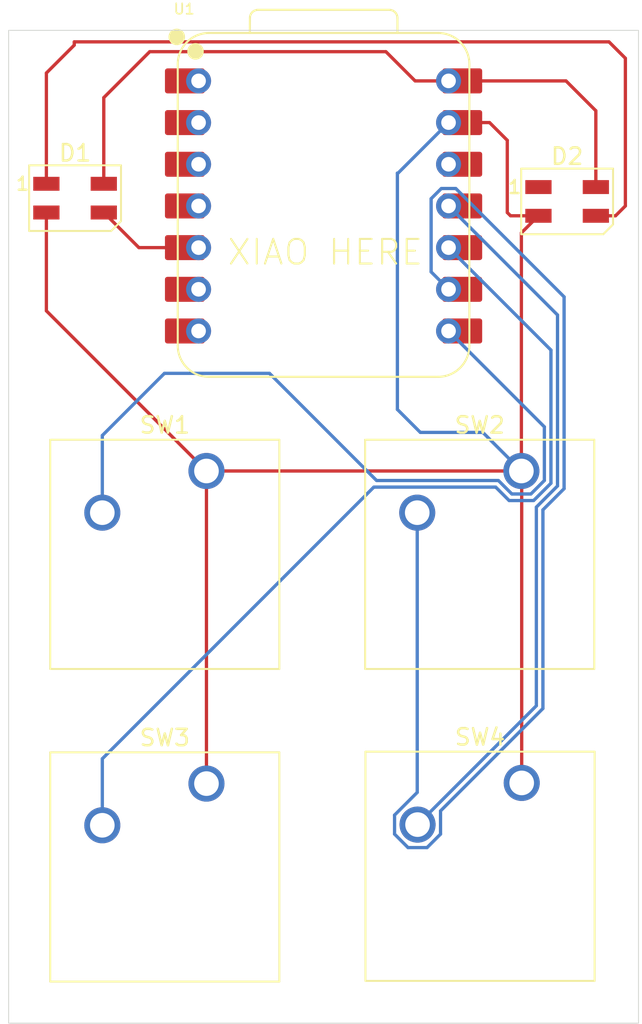
<source format=kicad_pcb>
(kicad_pcb (version 20241229) (generator "pcbnew") (generator_version "9.0")
  (layers (0 "F.Cu" signal) (2 "B.Cu" signal) (13 "F.Paste" user) (15 "B.Paste" user) (5 "F.SilkS" user "F.Silkscreen") (7 "B.SilkS" user "B.Silkscreen") (1 "F.Mask" user) (3 "B.Mask" user) (25 "Edge.Cuts" user))
  (net 0 "")
  (net 1 "Net-(D1-DOUT)")
  (net 2 "+5V")
  (net 3 "Net-(D1-DIN)")
  (net 4 "GND")
  (net 6 "Net-(U1-GPIO1{slash}RX)")
  (net 7 "Net-(U1-GPIO2{slash}SCK)")
  (net 8 "Net-(U1-GPIO4{slash}MISO)")
  (net 9 "Net-(U1-GPIO3{slash}MOSI)")
  (footprint "Button_Switch_Keyboard:SW_Cherry_MX_1.00u_PCB" (layer "F.Cu") (at 149.86 92.55125)
    (property "Reference" "SW1" (at -2.54 -2.794 0) (layer "F.SilkS"))
    (property "Value" "SW_Push")
    (fp_line (start -9.525 -1.905) (end 4.445 -1.905) (stroke (width 0.12)) (layer "F.SilkS"))
    (fp_line (start -9.525 12.065) (end -9.525 -1.905) (stroke (width 0.12)) (layer "F.SilkS"))
    (fp_line (start 4.445 -1.905) (end 4.445 12.065) (stroke (width 0.12)) (layer "F.SilkS"))
    (fp_line (start 4.445 12.065) (end -9.525 12.065) (stroke (width 0.12)) (layer "F.SilkS"))
    (pad "" np_thru_hole circle (at -7.62 5.08) (size 1.7 1.7) (drill 1.7) (layers "*.Cu" "*.Mask"))
    (pad "" np_thru_hole circle (at -2.54 5.08) (size 4 4) (drill 4) (layers "*.Cu" "*.Mask"))
    (pad "" np_thru_hole circle (at 2.54 5.08) (size 1.7 1.7) (drill 1.7) (layers "*.Cu" "*.Mask"))
    (pad "1" thru_hole circle (at 0 0) (size 2.2 2.2) (drill 1.5) (layers "*.Cu" "*.Mask") (net 4 "GND"))
    (pad "2" thru_hole circle (at -6.35 2.54) (size 2.2 2.2) (drill 1.5) (layers "*.Cu" "*.Mask") (net 6 "Net-(U1-GPIO1{slash}RX)"))
  )
  (footprint "XIAO-RP2040-DIP:XIAO-RP2040-DIP" (layer "F.Cu") (at 157 76.4)
    (property "Reference" "U1" (at -8.5 -12 0) (layer "F.SilkS") (effects (font (size 0.635 0.635) (thickness 0.1016))))
    (property "Value" "XIAO-RP2040-DIP")
    (fp_line (start -8.89 8.509) (end -8.89 -8.636) (stroke (width 0.127)) (layer "F.SilkS"))
    (fp_line (start -6.985 10.414) (end 6.985 10.414) (stroke (width 0.127)) (layer "F.SilkS"))
    (fp_line (start -4.495 -10.541) (end -4.491272 -11.451272) (stroke (width 0.127)) (layer "F.SilkS"))
    (fp_line (start -3.991272 -11.951) (end 4.004 -11.951) (stroke (width 0.127)) (layer "F.SilkS"))
    (fp_line (start 4.504 -11.451) (end 4.504 -10.541) (stroke (width 0.127)) (layer "F.SilkS"))
    (fp_line (start 6.985 -10.541) (end -6.985 -10.541) (stroke (width 0.1)) (layer "F.SilkS"))
    (fp_line (start 6.985 -10.541) (end -6.985 -10.541) (stroke (width 0.127)) (layer "F.SilkS"))
    (fp_line (start 8.89 8.509) (end 8.89 -8.636) (stroke (width 0.127)) (layer "F.SilkS"))
    (fp_arc (start -8.89 -8.636) (mid -8.332038 -9.983038) (end -6.985 -10.541) (stroke (width 0.127)) (layer "F.SilkS"))
    (fp_arc (start -6.985 10.414) (mid -8.332038 9.856038) (end -8.89 8.509) (stroke (width 0.127)) (layer "F.SilkS"))
    (fp_arc (start -4.491272 -11.451272) (mid -4.344728 -11.80464) (end -3.991272 -11.951) (stroke (width 0.127)) (layer "F.SilkS"))
    (fp_arc (start 4.004 -11.951) (mid 4.357553 -11.804553) (end 4.504 -11.451) (stroke (width 0.127)) (layer "F.SilkS"))
    (fp_arc (start 6.985 -10.541) (mid 8.332038 -9.983038) (end 8.89 -8.636) (stroke (width 0.127)) (layer "F.SilkS"))
    (fp_arc (start 8.89 8.509) (mid 8.332038 9.856038) (end 6.985 10.414) (stroke (width 0.127)) (layer "F.SilkS"))
    (fp_circle (center -8.95 -10.3) (end -8.95 -10.554) (stroke (width 0.5)) (fill yes) (layer "F.SilkS"))
    (fp_circle (center -7.807 -9.42) (end -7.807 -9.674) (stroke (width 0.5)) (fill yes) (layer "F.SilkS"))
    (pad "1" smd roundrect (at -8.455 -7.62 180) (size 2.432 1.524) (layers "F.Cu" "F.Mask") (roundrect_rratio 0.1))
    (pad "1" thru_hole circle (at -7.62 -7.62 180) (size 1.524 1.524) (drill 0.889) (layers "*.Cu" "*.Mask"))
    (pad "2" smd roundrect (at -8.455 -5.08 180) (size 2.432 1.524) (layers "F.Cu" "F.Mask") (roundrect_rratio 0.1))
    (pad "2" thru_hole circle (at -7.62 -5.08 180) (size 1.524 1.524) (drill 0.889) (layers "*.Cu" "*.Mask"))
    (pad "3" smd roundrect (at -8.455 -2.54 180) (size 2.432 1.524) (layers "F.Cu" "F.Mask") (roundrect_rratio 0.1))
    (pad "3" thru_hole circle (at -7.62 -2.54 180) (size 1.524 1.524) (drill 0.889) (layers "*.Cu" "*.Mask"))
    (pad "4" smd roundrect (at -8.455 0 180) (size 2.432 1.524) (layers "F.Cu" "F.Mask") (roundrect_rratio 0.1))
    (pad "4" thru_hole circle (at -7.62 0 180) (size 1.524 1.524) (drill 0.889) (layers "*.Cu" "*.Mask"))
    (pad "5" smd roundrect (at -8.455 2.54 180) (size 2.432 1.524) (layers "F.Cu" "F.Mask") (roundrect_rratio 0.1) (net 3 "Net-(D1-DIN)"))
    (pad "5" thru_hole circle (at -7.62 2.54 180) (size 1.524 1.524) (drill 0.889) (layers "*.Cu" "*.Mask") (net 3 "Net-(D1-DIN)"))
    (pad "6" smd roundrect (at -8.455 5.08 180) (size 2.432 1.524) (layers "F.Cu" "F.Mask") (roundrect_rratio 0.1))
    (pad "6" thru_hole circle (at -7.62 5.08 180) (size 1.524 1.524) (drill 0.889) (layers "*.Cu" "*.Mask"))
    (pad "7" smd roundrect (at -8.455 7.62 180) (size 2.432 1.524) (layers "F.Cu" "F.Mask") (roundrect_rratio 0.1))
    (pad "7" thru_hole circle (at -7.62 7.62 180) (size 1.524 1.524) (drill 0.889) (layers "*.Cu" "*.Mask"))
    (pad "8" thru_hole circle (at 7.62 7.62) (size 1.524 1.524) (drill 0.889) (layers "*.Cu" "*.Mask") (net 6 "Net-(U1-GPIO1{slash}RX)"))
    (pad "8" smd roundrect (at 8.455 7.62) (size 2.432 1.524) (layers "F.Cu" "F.Mask") (roundrect_rratio 0.1) (net 6 "Net-(U1-GPIO1{slash}RX)"))
    (pad "9" thru_hole circle (at 7.62 5.08) (size 1.524 1.524) (drill 0.889) (layers "*.Cu" "*.Mask") (net 7 "Net-(U1-GPIO2{slash}SCK)"))
    (pad "9" smd roundrect (at 8.455 5.08) (size 2.432 1.524) (layers "F.Cu" "F.Mask") (roundrect_rratio 0.1) (net 7 "Net-(U1-GPIO2{slash}SCK)"))
    (pad "10" thru_hole circle (at 7.62 2.54) (size 1.524 1.524) (drill 0.889) (layers "*.Cu" "*.Mask") (net 8 "Net-(U1-GPIO4{slash}MISO)"))
    (pad "10" smd roundrect (at 8.455 2.54) (size 2.432 1.524) (layers "F.Cu" "F.Mask") (roundrect_rratio 0.1) (net 8 "Net-(U1-GPIO4{slash}MISO)"))
    (pad "11" thru_hole circle (at 7.62 0) (size 1.524 1.524) (drill 0.889) (layers "*.Cu" "*.Mask") (net 9 "Net-(U1-GPIO3{slash}MOSI)"))
    (pad "11" smd roundrect (at 8.455 0) (size 2.432 1.524) (layers "F.Cu" "F.Mask") (roundrect_rratio 0.1) (net 9 "Net-(U1-GPIO3{slash}MOSI)"))
    (pad "12" thru_hole circle (at 7.62 -2.54) (size 1.524 1.524) (drill 0.889) (layers "*.Cu" "*.Mask"))
    (pad "12" smd roundrect (at 8.455 -2.54) (size 2.432 1.524) (layers "F.Cu" "F.Mask") (roundrect_rratio 0.1))
    (pad "13" thru_hole circle (at 7.62 -5.08) (size 1.524 1.524) (drill 0.889) (layers "*.Cu" "*.Mask") (net 4 "GND"))
    (pad "13" smd roundrect (at 8.455 -5.08) (size 2.432 1.524) (layers "F.Cu" "F.Mask") (roundrect_rratio 0.1) (net 4 "GND"))
    (pad "14" thru_hole circle (at 7.62 -7.62) (size 1.524 1.524) (drill 0.889) (layers "*.Cu" "*.Mask") (net 2 "+5V"))
    (pad "14" smd roundrect (at 8.455 -7.62) (size 2.432 1.524) (layers "F.Cu" "F.Mask") (roundrect_rratio 0.1) (net 2 "+5V"))
  )
  (footprint "Button_Switch_Keyboard:SW_Cherry_MX_1.00u_PCB" (layer "F.Cu") (at 169.08 111.56)
    (property "Reference" "SW4" (at -2.54 -2.794 0) (layer "F.SilkS"))
    (property "Value" "SW_Push")
    (fp_line (start -9.525 -1.905) (end 4.445 -1.905) (stroke (width 0.12)) (layer "F.SilkS"))
    (fp_line (start -9.525 12.065) (end -9.525 -1.905) (stroke (width 0.12)) (layer "F.SilkS"))
    (fp_line (start 4.445 -1.905) (end 4.445 12.065) (stroke (width 0.12)) (layer "F.SilkS"))
    (fp_line (start 4.445 12.065) (end -9.525 12.065) (stroke (width 0.12)) (layer "F.SilkS"))
    (pad "" np_thru_hole circle (at -7.62 5.08) (size 1.7 1.7) (drill 1.7) (layers "*.Cu" "*.Mask"))
    (pad "" np_thru_hole circle (at -2.54 5.08) (size 4 4) (drill 4) (layers "*.Cu" "*.Mask"))
    (pad "" np_thru_hole circle (at 2.54 5.08) (size 1.7 1.7) (drill 1.7) (layers "*.Cu" "*.Mask"))
    (pad "1" thru_hole circle (at 0 0) (size 2.2 2.2) (drill 1.5) (layers "*.Cu" "*.Mask") (net 4 "GND"))
    (pad "2" thru_hole circle (at -6.35 2.54) (size 2.2 2.2) (drill 1.5) (layers "*.Cu" "*.Mask") (net 9 "Net-(U1-GPIO3{slash}MOSI)"))
  )
  (footprint "Button_Switch_Keyboard:SW_Cherry_MX_1.00u_PCB" (layer "F.Cu") (at 169.06 92.55125)
    (property "Reference" "SW2" (at -2.54 -2.794 0) (layer "F.SilkS"))
    (property "Value" "SW_Push")
    (fp_line (start -9.525 -1.905) (end 4.445 -1.905) (stroke (width 0.12)) (layer "F.SilkS"))
    (fp_line (start -9.525 12.065) (end -9.525 -1.905) (stroke (width 0.12)) (layer "F.SilkS"))
    (fp_line (start 4.445 -1.905) (end 4.445 12.065) (stroke (width 0.12)) (layer "F.SilkS"))
    (fp_line (start 4.445 12.065) (end -9.525 12.065) (stroke (width 0.12)) (layer "F.SilkS"))
    (pad "" np_thru_hole circle (at -7.62 5.08) (size 1.7 1.7) (drill 1.7) (layers "*.Cu" "*.Mask"))
    (pad "" np_thru_hole circle (at -2.54 5.08) (size 4 4) (drill 4) (layers "*.Cu" "*.Mask"))
    (pad "" np_thru_hole circle (at 2.54 5.08) (size 1.7 1.7) (drill 1.7) (layers "*.Cu" "*.Mask"))
    (pad "1" thru_hole circle (at 0 0) (size 2.2 2.2) (drill 1.5) (layers "*.Cu" "*.Mask") (net 4 "GND"))
    (pad "2" thru_hole circle (at -6.35 2.54) (size 2.2 2.2) (drill 1.5) (layers "*.Cu" "*.Mask") (net 7 "Net-(U1-GPIO2{slash}SCK)"))
  )
  (footprint "LED_SMD:LED_SK6812MINI_PLCC4_3.5x3.5mm_P1.75mm" (layer "F.Cu") (at 141.85 75.925)
    (property "Reference" "D1" (at 0 -2.75 0) (layer "F.SilkS"))
    (property "Value" "SK6812MINI")
    (fp_line (start -2.8 -2) (end -2.8 2) (stroke (width 0.12)) (layer "F.SilkS"))
    (fp_line (start -2.8 -2) (end 2.8 -2) (stroke (width 0.12)) (layer "F.SilkS"))
    (fp_line (start -2.8 2) (end 2.2 2) (stroke (width 0.12)) (layer "F.SilkS"))
    (fp_line (start 2.8 1.4) (end 2.2 2) (stroke (width 0.12)) (layer "F.SilkS"))
    (fp_line (start 2.8 1.4) (end 2.8 -2) (stroke (width 0.12)) (layer "F.SilkS"))
    (fp_text user "1" (at -3.2 -0.875 0) (layer "F.SilkS") (effects (font (size 0.8 0.8))))
    (pad "1" smd rect (at -1.75 -0.875) (size 1.6 0.85) (layers "F.Cu" "F.Mask" "F.Paste") (net 1 "Net-(D1-DOUT)"))
    (pad "2" smd rect (at -1.75 0.875) (size 1.6 0.85) (layers "F.Cu" "F.Mask" "F.Paste") (net 4 "GND"))
    (pad "3" smd rect (at 1.75 0.875) (size 1.6 0.85) (layers "F.Cu" "F.Mask" "F.Paste") (net 3 "Net-(D1-DIN)"))
    (pad "4" smd rect (at 1.75 -0.875) (size 1.6 0.85) (layers "F.Cu" "F.Mask" "F.Paste") (net 2 "+5V"))
  )
  (footprint "Button_Switch_Keyboard:SW_Cherry_MX_1.00u_PCB" (layer "F.Cu") (at 149.86 111.60125)
    (property "Reference" "SW3" (at -2.54 -2.794 0) (layer "F.SilkS"))
    (property "Value" "SW_Push")
    (fp_line (start -9.525 -1.905) (end 4.445 -1.905) (stroke (width 0.12)) (layer "F.SilkS"))
    (fp_line (start -9.525 12.065) (end -9.525 -1.905) (stroke (width 0.12)) (layer "F.SilkS"))
    (fp_line (start 4.445 -1.905) (end 4.445 12.065) (stroke (width 0.12)) (layer "F.SilkS"))
    (fp_line (start 4.445 12.065) (end -9.525 12.065) (stroke (width 0.12)) (layer "F.SilkS"))
    (pad "" np_thru_hole circle (at -7.62 5.08) (size 1.7 1.7) (drill 1.7) (layers "*.Cu" "*.Mask"))
    (pad "" np_thru_hole circle (at -2.54 5.08) (size 4 4) (drill 4) (layers "*.Cu" "*.Mask"))
    (pad "" np_thru_hole circle (at 2.54 5.08) (size 1.7 1.7) (drill 1.7) (layers "*.Cu" "*.Mask"))
    (pad "1" thru_hole circle (at 0 0) (size 2.2 2.2) (drill 1.5) (layers "*.Cu" "*.Mask") (net 4 "GND"))
    (pad "2" thru_hole circle (at -6.35 2.54) (size 2.2 2.2) (drill 1.5) (layers "*.Cu" "*.Mask") (net 8 "Net-(U1-GPIO4{slash}MISO)"))
  )
  (footprint "LED_SMD:LED_SK6812MINI_PLCC4_3.5x3.5mm_P1.75mm" (layer "F.Cu") (at 171.85 76.125)
    (property "Reference" "D2" (at 0 -2.75 0) (layer "F.SilkS"))
    (property "Value" "SK6812MINI")
    (fp_line (start -2.8 -2) (end -2.8 2) (stroke (width 0.12)) (layer "F.SilkS"))
    (fp_line (start -2.8 -2) (end 2.8 -2) (stroke (width 0.12)) (layer "F.SilkS"))
    (fp_line (start -2.8 2) (end 2.2 2) (stroke (width 0.12)) (layer "F.SilkS"))
    (fp_line (start 2.8 1.4) (end 2.2 2) (stroke (width 0.12)) (layer "F.SilkS"))
    (fp_line (start 2.8 1.4) (end 2.8 -2) (stroke (width 0.12)) (layer "F.SilkS"))
    (fp_text user "1" (at -3.2 -0.875 0) (layer "F.SilkS") (effects (font (size 0.8 0.8))))
    (pad "1" smd rect (at -1.75 -0.875) (size 1.6 0.85) (layers "F.Cu" "F.Mask" "F.Paste"))
    (pad "2" smd rect (at -1.75 0.875) (size 1.6 0.85) (layers "F.Cu" "F.Mask" "F.Paste") (net 4 "GND"))
    (pad "3" smd rect (at 1.75 0.875) (size 1.6 0.85) (layers "F.Cu" "F.Mask" "F.Paste") (net 1 "Net-(D1-DOUT)"))
    (pad "4" smd rect (at 1.75 -0.875) (size 1.6 0.85) (layers "F.Cu" "F.Mask" "F.Paste") (net 2 "+5V"))
  )
  (gr_rect (start 137.8 65.7) (end 176.2 126.2) (stroke (width 0.05)) (fill no) (layer "Edge.Cuts"))
  (gr_text "XIAO HERE" (at 151.06 80.1 0) (layer "F.SilkS") (effects (font (size 1.5 1.5) (thickness 0.125)) (justify left bottom)))
  (segment (start 141.8 66.6) (end 140.1 68.3) (width 0.2) (layer "F.Cu") (net 1))
  (segment (start 174.8 77) (end 175.4 76.4) (width 0.2) (layer "F.Cu") (net 1))
  (segment (start 173.6 77) (end 174.8 77) (width 0.2) (layer "F.Cu") (net 1))
  (segment (start 175.4 67.4) (end 174.401 66.401) (width 0.2) (layer "F.Cu") (net 1))
  (segment (start 140.1 68.3) (end 140.1 75.05) (width 0.2) (layer "F.Cu") (net 1))
  (segment (start 174.401 66.401) (end 141.8 66.401) (width 0.2) (layer "F.Cu") (net 1))
  (segment (start 175.4 76.4) (end 175.4 67.4) (width 0.2) (layer "F.Cu") (net 1))
  (segment (start 141.8 66.401) (end 141.8 66.6) (width 0.2) (layer "F.Cu") (net 1))
  (segment (start 160.8 67) (end 162.58 68.78) (width 0.2) (layer "F.Cu") (net 2))
  (segment (start 143.6 75.05) (end 143.6 69.8) (width 0.2) (layer "F.Cu") (net 2))
  (segment (start 171.78 68.78) (end 165.455 68.78) (width 0.2) (layer "F.Cu") (net 2))
  (segment (start 173.6 75.25) (end 173.6 70.6) (width 0.2) (layer "F.Cu") (net 2))
  (segment (start 146.4 67) (end 160.8 67) (width 0.2) (layer "F.Cu") (net 2))
  (segment (start 173.6 70.6) (end 171.78 68.78) (width 0.2) (layer "F.Cu") (net 2))
  (segment (start 162.58 68.78) (end 164.62 68.78) (width 0.2) (layer "F.Cu") (net 2))
  (segment (start 143.6 69.8) (end 146.4 67) (width 0.2) (layer "F.Cu") (net 2))
  (segment (start 143.6 76.8) (end 145.74 78.94) (width 0.2) (layer "F.Cu") (net 3))
  (segment (start 145.74 78.94) (end 149.38 78.94) (width 0.2) (layer "F.Cu") (net 3))
  (segment (start 168.2 72.4) (end 167.12 71.32) (width 0.2) (layer "F.Cu") (net 4))
  (segment (start 168.4 77) (end 168.2 76.8) (width 0.2) (layer "F.Cu") (net 4))
  (segment (start 169.08 111.56) (end 169.08 92.57125) (width 0.2) (layer "F.Cu") (net 4))
  (segment (start 149.86 92.55125) (end 169.06 92.55125) (width 0.2) (layer "F.Cu") (net 4))
  (segment (start 168.2 76.8) (end 168.2 72.4) (width 0.2) (layer "F.Cu") (net 4))
  (segment (start 169.08 92.57125) (end 169.06 92.55125) (width 0.2) (layer "F.Cu") (net 4))
  (segment (start 167.12 71.32) (end 165.455 71.32) (width 0.2) (layer "F.Cu") (net 4))
  (segment (start 149.86 92.55125) (end 140.1 82.79125) (width 0.2) (layer "F.Cu") (net 4))
  (segment (start 169.06 78.04) (end 170.1 77) (width 0.2) (layer "F.Cu") (net 4))
  (segment (start 149.86 111.60125) (end 149.86 92.55125) (width 0.2) (layer "F.Cu") (net 4))
  (segment (start 169.06 92.55125) (end 169.06 78.04) (width 0.2) (layer "F.Cu") (net 4))
  (segment (start 170.1 77) (end 168.4 77) (width 0.2) (layer "F.Cu") (net 4))
  (segment (start 140.1 82.79125) (end 140.1 76.8) (width 0.2) (layer "F.Cu") (net 4))
  (segment (start 169.06 92.55125) (end 166.70875 90.2) (width 0.2) (layer "B.Cu") (net 4))
  (segment (start 161.54 74.4) (end 164.62 71.32) (width 0.2) (layer "B.Cu") (net 4))
  (segment (start 161.5 74.4) (end 161.54 74.4) (width 0.2) (layer "B.Cu") (net 4))
  (segment (start 161.5 88.8) (end 161.5 74.4) (width 0.2) (layer "B.Cu") (net 4))
  (segment (start 166.70875 90.2) (end 162.9 90.2) (width 0.2) (layer "B.Cu") (net 4))
  (segment (start 162.9 90.2) (end 161.5 88.8) (width 0.2) (layer "B.Cu") (net 4))
  (segment (start 153.7 86.6) (end 160.231564 93.131564) (width 0.2) (layer "B.Cu") (net 6))
  (segment (start 170.461 93.131564) (end 170.461 89.861) (width 0.2) (layer "B.Cu") (net 6))
  (segment (start 170.461 89.861) (end 164.62 84.02) (width 0.2) (layer "B.Cu") (net 6))
  (segment (start 160.231564 93.131564) (end 167.659 93.131564) (width 0.2) (layer "B.Cu") (net 6))
  (segment (start 167.659 93.131564) (end 168.479686 93.95225) (width 0.2) (layer "B.Cu") (net 6))
  (segment (start 168.479686 93.95225) (end 169.640314 93.95225) (width 0.2) (layer "B.Cu") (net 6))
  (segment (start 169.640314 93.95225) (end 170.461 93.131564) (width 0.2) (layer "B.Cu") (net 6))
  (segment (start 143.51 90.39) (end 147.3 86.6) (width 0.2) (layer "B.Cu") (net 6))
  (segment (start 143.51 95.09125) (end 143.51 90.39) (width 0.2) (layer "B.Cu") (net 6))
  (segment (start 147.3 86.6) (end 153.7 86.6) (width 0.2) (layer "B.Cu") (net 6))
  (segment (start 162.149686 115.501) (end 163.310314 115.501) (width 0.2) (layer "B.Cu") (net 7))
  (segment (start 163.557 80.417) (end 164.62 81.48) (width 0.2) (layer "B.Cu") (net 7))
  (segment (start 165.06031 75.337) (end 164.17969 75.337) (width 0.2) (layer "B.Cu") (net 7))
  (segment (start 163.310314 115.501) (end 164.131 114.680314) (width 0.2) (layer "B.Cu") (net 7))
  (segment (start 164.17969 75.337) (end 163.557 75.95969) (width 0.2) (layer "B.Cu") (net 7))
  (segment (start 171.664 93.629864) (end 171.664 81.94069) (width 0.2) (layer "B.Cu") (net 7))
  (segment (start 162.71 112.138686) (end 161.329 113.519686) (width 0.2) (layer "B.Cu") (net 7))
  (segment (start 164.131 114.680314) (end 164.131 113.2661) (width 0.2) (layer "B.Cu") (net 7))
  (segment (start 162.71 95.09125) (end 162.71 112.138686) (width 0.2) (layer "B.Cu") (net 7))
  (segment (start 161.329 114.680314) (end 162.149686 115.501) (width 0.2) (layer "B.Cu") (net 7))
  (segment (start 163.557 75.95969) (end 163.557 80.417) (width 0.2) (layer "B.Cu") (net 7))
  (segment (start 171.664 81.94069) (end 165.06031 75.337) (width 0.2) (layer "B.Cu") (net 7))
  (segment (start 170.373514 107.023586) (end 170.373514 94.92035) (width 0.2) (layer "B.Cu") (net 7))
  (segment (start 170.373514 94.92035) (end 171.664 93.629864) (width 0.2) (layer "B.Cu") (net 7))
  (segment (start 161.329 113.519686) (end 161.329 114.680314) (width 0.2) (layer "B.Cu") (net 7))
  (segment (start 164.131 113.2661) (end 170.373514 107.023586) (width 0.2) (layer "B.Cu") (net 7))
  (segment (start 165.455 78.94) (end 165.915 79.4) (width 0.2) (layer "F.Cu") (net 8))
  (segment (start 165.915 79.4) (end 166.4 79.4) (width 0.2) (layer "F.Cu") (net 8))
  (segment (start 167.4929 93.532564) (end 168.313586 94.35325) (width 0.2) (layer "B.Cu") (net 8))
  (segment (start 143.51 114.14125) (end 143.51 110.088028) (width 0.2) (layer "B.Cu") (net 8))
  (segment (start 143.51 110.088028) (end 160.065464 93.532564) (width 0.2) (layer "B.Cu") (net 8))
  (segment (start 160.065464 93.532564) (end 167.4929 93.532564) (width 0.2) (layer "B.Cu") (net 8))
  (segment (start 168.313586 94.35325) (end 169.806414 94.35325) (width 0.2) (layer "B.Cu") (net 8))
  (segment (start 169.806414 94.35325) (end 170.862 93.297664) (width 0.2) (layer "B.Cu") (net 8))
  (segment (start 170.862 85.182) (end 164.62 78.94) (width 0.2) (layer "B.Cu") (net 8))
  (segment (start 170.862 93.297664) (end 170.862 85.182) (width 0.2) (layer "B.Cu") (net 8))
  (segment (start 162.73 114.1) (end 169.972514 106.857486) (width 0.2) (layer "B.Cu") (net 9))
  (segment (start 169.972514 106.857486) (end 169.972514 94.75425) (width 0.2) (layer "B.Cu") (net 9))
  (segment (start 171.263 93.463764) (end 171.263 83.043) (width 0.2) (layer "B.Cu") (net 9))
  (segment (start 171.263 83.043) (end 164.62 76.4) (width 0.2) (layer "B.Cu") (net 9))
  (segment (start 169.972514 94.75425) (end 171.263 93.463764) (width 0.2) (layer "B.Cu") (net 9))
)
</source>
